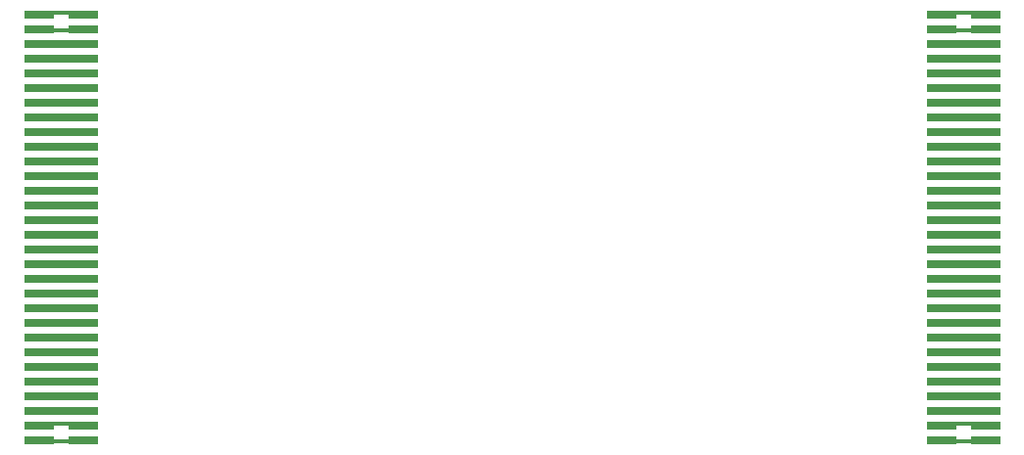
<source format=gbr>
G04 #@! TF.FileFunction,Paste,Bot*
%FSLAX46Y46*%
G04 Gerber Fmt 4.6, Leading zero omitted, Abs format (unit mm)*
G04 Created by KiCad (PCBNEW 4.0.7) date 06/20/18 14:00:10*
%MOMM*%
%LPD*%
G01*
G04 APERTURE LIST*
%ADD10C,0.100000*%
%ADD11R,2.500000X0.700000*%
%ADD12R,2.500000X0.400000*%
G04 APERTURE END LIST*
D10*
D11*
X54376610Y-84035900D03*
X54376610Y-85305900D03*
X54376610Y-81495900D03*
X52471610Y-85305900D03*
X52471610Y-81495900D03*
X52471610Y-84035900D03*
X52471610Y-82765900D03*
X56281610Y-73875900D03*
X56281610Y-75145900D03*
X56281610Y-71335900D03*
X56281610Y-72605900D03*
X56281610Y-76415900D03*
X56281610Y-77685900D03*
X56281610Y-80225900D03*
X56281610Y-81495900D03*
X56281610Y-84035900D03*
X56281610Y-78955900D03*
X56281610Y-82765900D03*
X56281610Y-85305900D03*
X56281610Y-89115900D03*
X56281610Y-90385900D03*
X56281610Y-87845900D03*
X56281610Y-86575900D03*
X52471610Y-90385900D03*
X52471610Y-86575900D03*
D12*
X54503610Y-90512900D03*
D11*
X54376610Y-86575900D03*
X54376610Y-87845900D03*
D12*
X54503610Y-88988900D03*
D11*
X52471610Y-87845900D03*
X52471610Y-89115900D03*
X54376610Y-72605900D03*
X52471610Y-71335900D03*
X54376610Y-75145900D03*
X54376610Y-71335900D03*
X54376610Y-73875900D03*
X52471610Y-72605900D03*
X52471610Y-75145900D03*
X52471610Y-73875900D03*
X54376610Y-78955900D03*
X54376610Y-80225900D03*
X52471610Y-80225900D03*
X54376610Y-76415900D03*
X54376610Y-77685900D03*
X52471610Y-78955900D03*
X52471610Y-76415900D03*
X52471610Y-77685900D03*
D12*
X54376610Y-53428900D03*
D11*
X52471610Y-54825900D03*
X52471610Y-53555900D03*
D12*
X54503610Y-54952900D03*
D11*
X54376610Y-56095900D03*
X52471610Y-57365900D03*
X54376610Y-57365900D03*
X52471610Y-56095900D03*
X54376610Y-67525900D03*
X54376610Y-66255900D03*
X52471610Y-67525900D03*
X52471610Y-66255900D03*
X54376610Y-64985900D03*
X54376610Y-63715900D03*
X52471610Y-64985900D03*
X52471610Y-63715900D03*
X56281610Y-53555900D03*
X56281610Y-54825900D03*
X56281610Y-57365900D03*
X56281610Y-58635900D03*
X56281610Y-56095900D03*
X56281610Y-62445900D03*
X56281610Y-64985900D03*
X56281610Y-63715900D03*
X56281610Y-61175900D03*
X56281610Y-59905900D03*
X52471610Y-68795900D03*
X56281610Y-67525900D03*
X56281610Y-70065900D03*
X56281610Y-66255900D03*
X56281610Y-68795900D03*
X54376610Y-70065900D03*
X54376610Y-68795900D03*
X52471610Y-70065900D03*
X52471610Y-62445900D03*
X54376610Y-58635900D03*
X54376610Y-59905900D03*
X54376610Y-62445900D03*
X54376610Y-61175900D03*
X52471610Y-61175900D03*
X52471610Y-59905900D03*
X52471610Y-58635900D03*
X54376610Y-82765900D03*
X132376610Y-84035900D03*
X132376610Y-85305900D03*
X132376610Y-81495900D03*
X130471610Y-85305900D03*
X130471610Y-81495900D03*
X130471610Y-84035900D03*
X130471610Y-82765900D03*
X134281610Y-73875900D03*
X134281610Y-75145900D03*
X134281610Y-71335900D03*
X134281610Y-72605900D03*
X134281610Y-76415900D03*
X134281610Y-77685900D03*
X134281610Y-80225900D03*
X134281610Y-81495900D03*
X134281610Y-84035900D03*
X134281610Y-78955900D03*
X134281610Y-82765900D03*
X134281610Y-85305900D03*
X134281610Y-89115900D03*
X134281610Y-90385900D03*
X134281610Y-87845900D03*
X134281610Y-86575900D03*
X130471610Y-90385900D03*
X130471610Y-86575900D03*
D12*
X132503610Y-90512900D03*
D11*
X132376610Y-86575900D03*
X132376610Y-87845900D03*
D12*
X132503610Y-88988900D03*
D11*
X130471610Y-87845900D03*
X130471610Y-89115900D03*
X132376610Y-72605900D03*
X130471610Y-71335900D03*
X132376610Y-75145900D03*
X132376610Y-71335900D03*
X132376610Y-73875900D03*
X130471610Y-72605900D03*
X130471610Y-75145900D03*
X130471610Y-73875900D03*
X132376610Y-78955900D03*
X132376610Y-80225900D03*
X130471610Y-80225900D03*
X132376610Y-76415900D03*
X132376610Y-77685900D03*
X130471610Y-78955900D03*
X130471610Y-76415900D03*
X130471610Y-77685900D03*
D12*
X132376610Y-53428900D03*
D11*
X130471610Y-54825900D03*
X130471610Y-53555900D03*
D12*
X132503610Y-54952900D03*
D11*
X132376610Y-56095900D03*
X130471610Y-57365900D03*
X132376610Y-57365900D03*
X130471610Y-56095900D03*
X132376610Y-67525900D03*
X132376610Y-66255900D03*
X130471610Y-67525900D03*
X130471610Y-66255900D03*
X132376610Y-64985900D03*
X132376610Y-63715900D03*
X130471610Y-64985900D03*
X130471610Y-63715900D03*
X134281610Y-53555900D03*
X134281610Y-54825900D03*
X134281610Y-57365900D03*
X134281610Y-58635900D03*
X134281610Y-56095900D03*
X134281610Y-62445900D03*
X134281610Y-64985900D03*
X134281610Y-63715900D03*
X134281610Y-61175900D03*
X134281610Y-59905900D03*
X130471610Y-68795900D03*
X134281610Y-67525900D03*
X134281610Y-70065900D03*
X134281610Y-66255900D03*
X134281610Y-68795900D03*
X132376610Y-70065900D03*
X132376610Y-68795900D03*
X130471610Y-70065900D03*
X130471610Y-62445900D03*
X132376610Y-58635900D03*
X132376610Y-59905900D03*
X132376610Y-62445900D03*
X132376610Y-61175900D03*
X130471610Y-61175900D03*
X130471610Y-59905900D03*
X130471610Y-58635900D03*
X132376610Y-82765900D03*
M02*

</source>
